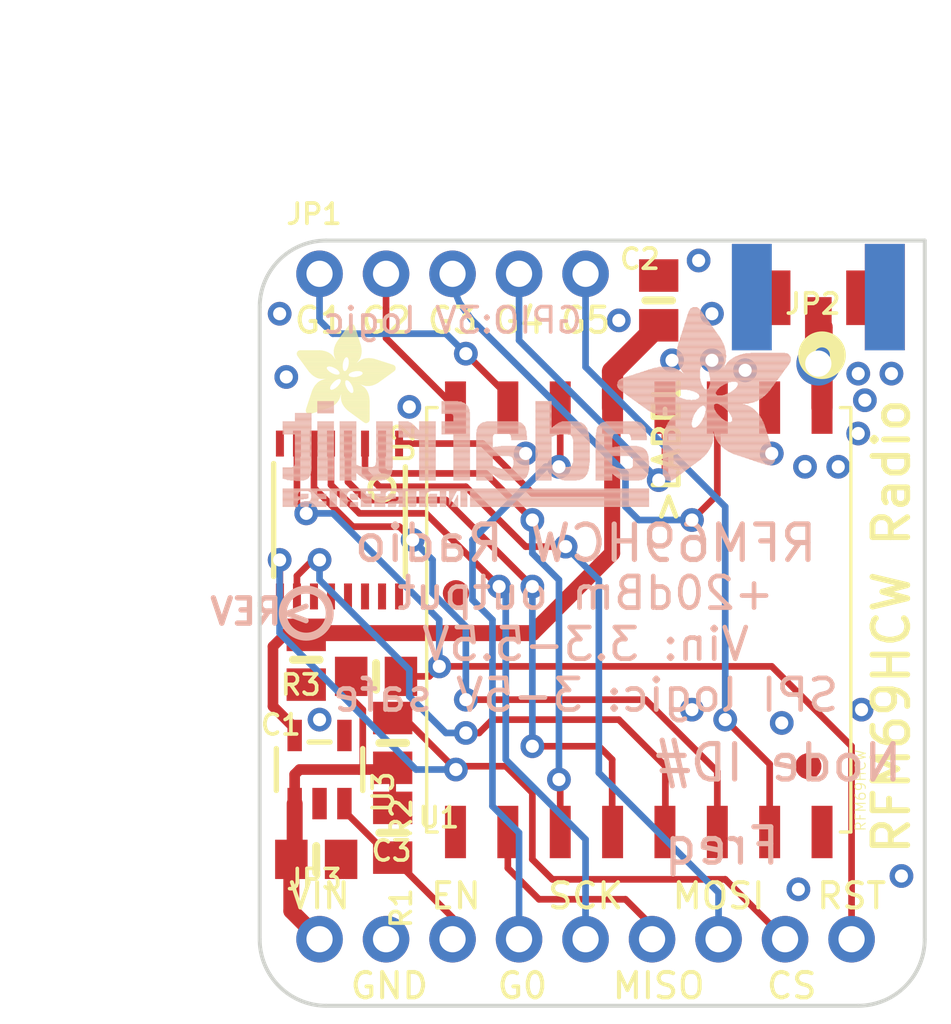
<source format=kicad_pcb>
(kicad_pcb (version 20171130) (host pcbnew "(5.1.0)-1")
  (layers (0 Top signal) (31 Bottom signal) (34 B.Paste user) (35 F.Paste user) (36 B.SilkS user) (37 F.SilkS user) (38 B.Mask user) (39 F.Mask user) (44 Edge.Cuts user))
  (net 0 "")
  (net 1 GND)
  (net 2 3.3V)
  (net 3 VIN)
  (net 4 /DIO5)
  (net 5 /RST_3V)
  (net 6 /CS_3V)
  (net 7 /SCK_3V)
  (net 8 /MOSI_3V)
  (net 9 /MISO_3V)
  (net 10 /DIO2)
  (net 11 /DIO1)
  (net 12 /DIO0)
  (net 13 /DIO4)
  (net 14 /DIO3)
  (net 15 "Net-(JP2-Pad1)")
  (net 16 "Net-(U2-Pad15)")
  (net 17 "Net-(U2-Pad14)")
  (net 18 "Net-(U2-Pad12)")
  (net 19 "Net-(U2-Pad11)")
  (net 20 /CS_5V)
  (net 21 /RST_5V)
  (net 22 /SCK_5V)
  (net 23 /MOSI_5V)
  (net 24 "Net-(U3-Pad4)")
  (net 25 /EN)
  (module "Adafruit RFM+LoRa Breakout:RFMHCW_SMT" (layer Top) (at 150.2791 104.8766 90)
    (fp_text reference U1 (at -8 -8.5) (layer F.SilkS) (effects (font (size 0.77216 0.77216) (thickness 0.138988)) (justify left bottom)))
    (fp_text value RFM69HCW (at -8.1 8.7 90) (layer F.SilkS) (effects (font (size 0.38608 0.38608) (thickness 0.038608)) (justify left bottom)))
    (pad 16P smd rect (at -8.1 7 90) (size 2 0.8) (layers Top F.Paste F.Mask) (net 1 GND))
    (pad 15P smd rect (at -8.1 5 90) (size 2 0.8) (layers Top F.Paste F.Mask) (net 4 /DIO5))
    (pad 14P smd rect (at -8.1 3 90) (size 2 0.8) (layers Top F.Paste F.Mask) (net 5 /RST_3V))
    (pad 13P smd rect (at -8.1 1 90) (size 2 0.8) (layers Top F.Paste F.Mask) (net 6 /CS_3V))
    (pad 12P smd rect (at -8.1 -1 90) (size 2 0.8) (layers Top F.Paste F.Mask) (net 7 /SCK_3V))
    (pad 11P smd rect (at -8.1 -3 90) (size 2 0.8) (layers Top F.Paste F.Mask) (net 8 /MOSI_3V))
    (pad 10P smd rect (at -8.1 -5 90) (size 2 0.8) (layers Top F.Paste F.Mask) (net 9 /MISO_3V))
    (pad 9P smd rect (at -8.1 -7 90) (size 2 0.8) (layers Top F.Paste F.Mask) (net 1 GND))
    (pad 8P smd rect (at 8.1 -7 270) (size 2 0.8) (layers Top F.Paste F.Mask) (net 10 /DIO2))
    (pad 7P smd rect (at 8.1 -5 270) (size 2 0.8) (layers Top F.Paste F.Mask) (net 11 /DIO1))
    (pad 6P smd rect (at 8.1 -3 270) (size 2 0.8) (layers Top F.Paste F.Mask) (net 12 /DIO0))
    (pad 5P smd rect (at 8.1 -1 270) (size 2 0.8) (layers Top F.Paste F.Mask) (net 2 3.3V))
    (pad 4P smd rect (at 8.1 1 270) (size 2 0.8) (layers Top F.Paste F.Mask) (net 13 /DIO4))
    (pad 3P smd rect (at 8.1 3 270) (size 2 0.8) (layers Top F.Paste F.Mask) (net 14 /DIO3))
    (pad 2P smd rect (at 8.1 5 270) (size 2 0.8) (layers Top F.Paste F.Mask) (net 1 GND))
    (pad 1P smd rect (at 8.1 7 270) (size 2 0.8) (layers Top F.Paste F.Mask) (net 15 "Net-(JP2-Pad1)"))
  )
  (module "Adafruit RFM+LoRa Breakout:TSSOP16" (layer Top) (at 138.8491 101.0666 180)
    (fp_text reference U2 (at -2.8956 2.0828 90) (layer F.SilkS) (effects (font (size 0.77216 0.77216) (thickness 0.138988)) (justify left bottom)))
    (fp_text value 74HC4050D)
    (pad 16 smd rect (at -2.275 -2.9178 180) (size 0.3048 0.9906) (layers Top F.Paste F.Mask))
    (pad 15 smd rect (at -1.625 -2.9178 180) (size 0.3048 0.9906) (layers Top F.Paste F.Mask) (net 16 "Net-(U2-Pad15)"))
    (pad 14 smd rect (at -0.975 -2.9178 180) (size 0.3048 0.9906) (layers Top F.Paste F.Mask) (net 17 "Net-(U2-Pad14)"))
    (pad 13 smd rect (at -0.325 -2.9178 180) (size 0.3048 0.9906) (layers Top F.Paste F.Mask))
    (pad 12 smd rect (at 0.325 -2.9178 180) (size 0.3048 0.9906) (layers Top F.Paste F.Mask) (net 18 "Net-(U2-Pad12)"))
    (pad 11 smd rect (at 0.975 -2.9178 180) (size 0.3048 0.9906) (layers Top F.Paste F.Mask) (net 19 "Net-(U2-Pad11)"))
    (pad 10 smd rect (at 1.625 -2.9178 180) (size 0.3048 0.9906) (layers Top F.Paste F.Mask) (net 6 /CS_3V))
    (pad 9 smd rect (at 2.275 -2.9178 180) (size 0.3048 0.9906) (layers Top F.Paste F.Mask) (net 20 /CS_5V))
    (pad 8 smd rect (at 2.275 2.9178 180) (size 0.3048 0.9906) (layers Top F.Paste F.Mask) (net 1 GND))
    (pad 7 smd rect (at 1.625 2.9178 180) (size 0.3048 0.9906) (layers Top F.Paste F.Mask) (net 21 /RST_5V))
    (pad 6 smd rect (at 0.975 2.9178 180) (size 0.3048 0.9906) (layers Top F.Paste F.Mask) (net 5 /RST_3V))
    (pad 5 smd rect (at 0.325 2.9178 180) (size 0.3048 0.9906) (layers Top F.Paste F.Mask) (net 22 /SCK_5V))
    (pad 4 smd rect (at -0.325 2.9178 180) (size 0.3048 0.9906) (layers Top F.Paste F.Mask) (net 7 /SCK_3V))
    (pad 3 smd rect (at -0.975 2.9178 180) (size 0.3048 0.9906) (layers Top F.Paste F.Mask) (net 23 /MOSI_5V))
    (pad 2 smd rect (at -1.625 2.9178 180) (size 0.3048 0.9906) (layers Top F.Paste F.Mask) (net 8 /MOSI_3V))
    (pad 1 smd rect (at -2.275 2.9178 180) (size 0.3048 0.9906) (layers Top F.Paste F.Mask) (net 2 3.3V))
  )
  (module "Adafruit RFM+LoRa Breakout:0805-NO" (layer Top) (at 151.0411 92.6846 90)
    (fp_text reference C2 (at 2.032 0.127) (layer F.SilkS) (effects (font (size 0.77216 0.77216) (thickness 0.138988)) (justify right top)))
    (fp_text value 0.1uF)
    (pad 2 smd rect (at 0.95 0 90) (size 1.24 1.5) (layers Top F.Paste F.Mask) (net 1 GND))
    (pad 1 smd rect (at -0.95 0 90) (size 1.24 1.5) (layers Top F.Paste F.Mask) (net 2 3.3V))
  )
  (module "Adafruit RFM+LoRa Breakout:SOT23-5" (layer Top) (at 138.0871 110.5916)
    (fp_text reference U3 (at 1.978 0 90) (layer F.SilkS) (effects (font (size 0.77216 0.77216) (thickness 0.138988)) (justify right top)))
    (fp_text value AP2112K-3.3)
    (pad 5 smd rect (at -0.95 -1.3001) (size 0.55 1.2) (layers Top F.Paste F.Mask) (net 2 3.3V))
    (pad 4 smd rect (at 0.95 -1.3001) (size 0.55 1.2) (layers Top F.Paste F.Mask) (net 24 "Net-(U3-Pad4)"))
    (pad 3 smd rect (at 0.95 1.3001) (size 0.55 1.2) (layers Top F.Paste F.Mask) (net 25 /EN))
    (pad 2 smd rect (at 0 1.3001) (size 0.55 1.2) (layers Top F.Paste F.Mask) (net 1 GND))
    (pad 1 smd rect (at -0.95 1.3001) (size 0.55 1.2) (layers Top F.Paste F.Mask) (net 3 VIN))
  )
  (module "Adafruit RFM+LoRa Breakout:0805-NO" (layer Top) (at 137.9601 114.0206)
    (fp_text reference C3 (at 2.032 0.127) (layer F.SilkS) (effects (font (size 0.77216 0.77216) (thickness 0.138988)) (justify left bottom)))
    (fp_text value 10uF)
    (pad 2 smd rect (at 0.95 0) (size 1.24 1.5) (layers Top F.Paste F.Mask) (net 1 GND))
    (pad 1 smd rect (at -0.95 0) (size 1.24 1.5) (layers Top F.Paste F.Mask) (net 3 VIN))
  )
  (module "Adafruit RFM+LoRa Breakout:0805-NO" (layer Top) (at 137.5791 106.4006 270)
    (fp_text reference C1 (at 2.032 0.127) (layer F.SilkS) (effects (font (size 0.77216 0.77216) (thickness 0.138988)) (justify right top)))
    (fp_text value 10uF)
    (pad 2 smd rect (at 0.95 0 270) (size 1.24 1.5) (layers Top F.Paste F.Mask) (net 1 GND))
    (pad 1 smd rect (at -0.95 0 270) (size 1.24 1.5) (layers Top F.Paste F.Mask) (net 2 3.3V))
  )
  (module "Adafruit RFM+LoRa Breakout:FIDUCIAL_1MM" (layer Top) (at 156.7561 110.4646 90)
    (fp_text reference FID1 hide)
    (fp_text value FIDUCIAL"" hide)
    (pad 1 smd roundrect (at 0 0 90) (size 1 1) (layers Top F.Mask) (roundrect_rratio 0.5))
  )
  (module "Adafruit RFM+LoRa Breakout:FIDUCIAL_1MM" (layer Top) (at 143.2941 103.8606 90)
    (fp_text reference FID2 hide)
    (fp_text value FIDUCIAL"" hide)
    (pad 1 smd roundrect (at 0 0 90) (size 1 1) (layers Top F.Mask) (roundrect_rratio 0.5))
  )
  (module "Adafruit RFM+LoRa Breakout:0805-NO" (layer Top) (at 140.8811 113.0046 270)
    (fp_text reference R1 (at 2.032 0.127 90) (layer F.SilkS) (effects (font (size 0.77216 0.77216) (thickness 0.138988)) (justify right top)))
    (fp_text value 100K)
    (pad 2 smd rect (at 0.95 0 270) (size 1.24 1.5) (layers Top F.Paste F.Mask) (net 25 /EN))
    (pad 1 smd rect (at -0.95 0 270) (size 1.24 1.5) (layers Top F.Paste F.Mask) (net 3 VIN))
  )
  (module "Adafruit RFM+LoRa Breakout:SMA_EDGELAUNCH_UFL" (layer Top) (at 157.1371 90.5256 270)
    (fp_text reference X1 hide)
    (fp_text value uFL/SMA)
    (fp_poly (pts (xy 3.0988 1.0652) (xy 3.0988 3.175) (xy 1.016 3.175) (xy 1.016 1.0652)) (layer Top) (width 0))
    (fp_poly (pts (xy 1.016 -1.0652) (xy 1.016 -3.175) (xy 3.0988 -3.175) (xy 3.0988 -1.0652)) (layer Top) (width 0))
    (fp_text user >LABEL (at 5.08 6.35 270) (layer F.SilkS) (effects (font (size 0.9652 0.9652) (thickness 0.18288)) (justify right top)))
    (pad GND@4 smd rect (at 2.032 2.54) (size 1.524 4.064) (layers Bottom B.Mask) (net 1 GND))
    (pad GND@3 smd rect (at 2.032 -2.54) (size 1.524 4.064) (layers Bottom B.Mask) (net 1 GND))
    (pad P smd rect (at 3.048 0) (size 1.016 2.032) (layers Top F.Mask) (net 15 "Net-(JP2-Pad1)"))
    (pad GND@1 smd rect (at 2.032 2.54) (size 1.524 4.064) (layers Top F.Mask) (net 1 GND))
    (pad GND@2 smd rect (at 2.032 -2.54) (size 1.524 4.064) (layers Top F.Mask) (net 1 GND))
  )
  (module "Adafruit RFM+LoRa Breakout:ADAFRUIT_3.5MM" (layer Top) (at 137.1981 97.3836)
    (fp_text reference U$8 hide)
    (fp_text value "" hide)
  )
  (module "Adafruit RFM+LoRa Breakout:1X09_ROUND_70" (layer Top) (at 148.2471 117.0686)
    (fp_text reference JP3 (at -11.5062 -1.8288) (layer F.SilkS) (effects (font (size 0.77216 0.77216) (thickness 0.138988)) (justify left bottom)))
    (fp_text value HEADER-1X970MIL)
    (pad 9 thru_hole circle (at 10.16 0 90) (size 1.778 1.778) (drill 1) (layers *.Cu *.Mask) (net 21 /RST_5V))
    (pad 8 thru_hole circle (at 7.62 0 90) (size 1.778 1.778) (drill 1) (layers *.Cu *.Mask) (net 20 /CS_5V))
    (pad 7 thru_hole circle (at 5.08 0 90) (size 1.778 1.778) (drill 1) (layers *.Cu *.Mask) (net 23 /MOSI_5V))
    (pad 6 thru_hole circle (at 2.54 0 90) (size 1.778 1.778) (drill 1) (layers *.Cu *.Mask) (net 9 /MISO_3V))
    (pad 5 thru_hole circle (at 0 0 90) (size 1.778 1.778) (drill 1) (layers *.Cu *.Mask) (net 22 /SCK_5V))
    (pad 4 thru_hole circle (at -2.54 0 90) (size 1.778 1.778) (drill 1) (layers *.Cu *.Mask) (net 12 /DIO0))
    (pad 3 thru_hole circle (at -5.08 0 90) (size 1.778 1.778) (drill 1) (layers *.Cu *.Mask) (net 25 /EN))
    (pad 2 thru_hole circle (at -7.62 0 90) (size 1.778 1.778) (drill 1) (layers *.Cu *.Mask) (net 1 GND))
    (pad 1 thru_hole circle (at -10.16 0 90) (size 1.778 1.778) (drill 1) (layers *.Cu *.Mask) (net 3 VIN))
  )
  (module "Adafruit RFM+LoRa Breakout:1X05_ROUND_70" (layer Top) (at 143.1671 91.6686)
    (fp_text reference JP1 (at -6.4262 -1.8288) (layer F.SilkS) (effects (font (size 0.77216 0.77216) (thickness 0.138988)) (justify left bottom)))
    (fp_text value HEADER-1X570MIL)
    (pad 5 thru_hole circle (at 5.08 0 90) (size 1.778 1.778) (drill 1) (layers *.Cu *.Mask) (net 4 /DIO5))
    (pad 4 thru_hole circle (at 2.54 0 90) (size 1.778 1.778) (drill 1) (layers *.Cu *.Mask) (net 13 /DIO4))
    (pad 3 thru_hole circle (at 0 0 90) (size 1.778 1.778) (drill 1) (layers *.Cu *.Mask) (net 14 /DIO3))
    (pad 2 thru_hole circle (at -2.54 0 90) (size 1.778 1.778) (drill 1) (layers *.Cu *.Mask) (net 10 /DIO2))
    (pad 1 thru_hole circle (at -5.08 0 90) (size 1.778 1.778) (drill 1) (layers *.Cu *.Mask) (net 11 /DIO1))
  )
  (module "Adafruit RFM+LoRa Breakout:0805-NO" (layer Top) (at 140.8811 109.5756 270)
    (fp_text reference R2 (at 2.032 0.127 90) (layer F.SilkS) (effects (font (size 0.77216 0.77216) (thickness 0.138988)) (justify right top)))
    (fp_text value 100K)
    (pad 2 smd rect (at 0.95 0 270) (size 1.24 1.5) (layers Top F.Paste F.Mask) (net 3 VIN))
    (pad 1 smd rect (at -0.95 0 270) (size 1.24 1.5) (layers Top F.Paste F.Mask) (net 20 /CS_5V))
  )
  (module "Adafruit RFM+LoRa Breakout:1X01_ROUND" (layer Top) (at 157.1371 95.0976)
    (fp_text reference JP2 (at -1.3462 -1.8288) (layer F.SilkS) (effects (font (size 0.77216 0.77216) (thickness 0.138988)) (justify left bottom)))
    (fp_text value HEADER-1X1ROUND)
    (pad 1 thru_hole circle (at 0 0 90) (size 1.6764 1.6764) (drill 1) (layers *.Cu *.Mask) (net 15 "Net-(JP2-Pad1)"))
  )
  (module "Adafruit RFM+LoRa Breakout:0805-NO" (layer Top) (at 140.2461 107.0356 180)
    (fp_text reference R3 (at 2.032 0.127) (layer F.SilkS) (effects (font (size 0.77216 0.77216) (thickness 0.138988)) (justify right top)))
    (fp_text value 100K)
    (pad 2 smd rect (at 0.95 0 180) (size 1.24 1.5) (layers Top F.Paste F.Mask) (net 3 VIN))
    (pad 1 smd rect (at -0.95 0 180) (size 1.24 1.5) (layers Top F.Paste F.Mask) (net 21 /RST_5V))
  )
  (module "Adafruit RFM+LoRa Breakout:PCBFEAT-REV-040" (layer Bottom) (at 137.5791 104.6226 180)
    (fp_text reference U$14 hide)
    (fp_text value "" hide)
    (fp_text user >REV (at -0.3556 -0.508 180) (layer B.SilkS) (effects (font (size 0.9652 0.9652) (thickness 0.2032)) (justify left bottom mirror)))
  )
  (module "Adafruit RFM+LoRa Breakout:ADAFRUIT_TEXT_20MM" (layer Bottom) (at 156.2481 100.5586 180)
    (fp_text reference U$19 hide)
    (fp_text value "" hide)
  )
  (gr_line (start 161.2011 90.3986) (end 161.2011 117.0686) (layer Edge.Cuts) (width 0.15))
  (gr_arc (start 158.6611 117.0686) (end 161.2011 117.0686) (angle 90) (layer Edge.Cuts) (width 0.15))
  (gr_line (start 158.6611 119.6086) (end 138.3411 119.6086) (layer Edge.Cuts) (width 0.15))
  (gr_arc (start 138.3411 117.0686) (end 138.3411 119.6086) (angle 90) (layer Edge.Cuts) (width 0.15))
  (gr_line (start 135.8011 117.0686) (end 135.8011 92.9386) (layer Edge.Cuts) (width 0.15))
  (gr_arc (start 138.3411 92.9386) (end 135.8011 92.9386) (angle 90) (layer Edge.Cuts) (width 0.15))
  (gr_line (start 138.3411 90.3986) (end 161.2011 90.3986) (layer Edge.Cuts) (width 0.15))
  (gr_text SCK (at 148.2471 115.4176) (layer F.SilkS) (effects (font (size 0.9652 0.9652) (thickness 0.1524))))
  (gr_text MISO (at 151.0411 118.8466) (layer F.SilkS) (effects (font (size 0.9652 0.9652) (thickness 0.1524))))
  (gr_text MOSI (at 153.3271 115.4176) (layer F.SilkS) (effects (font (size 0.9652 0.9652) (thickness 0.1524))))
  (gr_text CS (at 156.1211 118.8466) (layer F.SilkS) (effects (font (size 0.9652 0.9652) (thickness 0.1524))))
  (gr_text RST (at 158.4071 115.4176) (layer F.SilkS) (effects (font (size 0.9652 0.9652) (thickness 0.1524))))
  (gr_text GND (at 140.7541 118.8466) (layer F.SilkS) (effects (font (size 0.9652 0.9652) (thickness 0.1524))))
  (gr_text EN (at 143.2941 115.4176) (layer F.SilkS) (effects (font (size 0.9652 0.9652) (thickness 0.1524))))
  (gr_text VIN (at 138.0871 115.4176) (layer F.SilkS) (effects (font (size 0.9652 0.9652) (thickness 0.1524))))
  (gr_text "RFM69HCW Radio" (at 159.9311 105.1306 90) (layer F.SilkS) (effects (font (size 1.32715 1.32715) (thickness 0.22352))))
  (gr_text G0 (at 145.8341 118.8466) (layer F.SilkS) (effects (font (size 0.9652 0.9652) (thickness 0.1524))))
  (gr_text G1 (at 138.0871 93.4466) (layer F.SilkS) (effects (font (size 0.9652 0.9652) (thickness 0.1524))))
  (gr_text G2 (at 140.6271 93.4466) (layer F.SilkS) (effects (font (size 0.9652 0.9652) (thickness 0.1524))))
  (gr_text G3 (at 143.1671 93.4466) (layer F.SilkS) (effects (font (size 0.9652 0.9652) (thickness 0.1524))))
  (gr_text G4 (at 145.7071 93.4466) (layer F.SilkS) (effects (font (size 0.9652 0.9652) (thickness 0.1524))))
  (gr_text G5 (at 148.2471 93.4466) (layer F.SilkS) (effects (font (size 0.9652 0.9652) (thickness 0.1524))))
  (gr_text "Vin: 3.3-5.5V\nSPI logic: 3-5V safe" (at 148.2471 106.7816) (layer B.SilkS) (effects (font (size 1.2065 1.2065) (thickness 0.1778)) (justify mirror)))
  (gr_text "Node ID#" (at 155.6131 110.3376) (layer B.SilkS) (effects (font (size 1.35128 1.35128) (thickness 0.199136)) (justify mirror)))
  (gr_text Freq (at 153.4541 113.5126) (layer B.SilkS) (effects (font (size 1.35128 1.35128) (thickness 0.199136)) (justify mirror)))
  (gr_text "GPIO:3V logic" (at 143.1671 93.4466) (layer B.SilkS) (effects (font (size 0.9652 0.9652) (thickness 0.14224)) (justify mirror)))
  (gr_text "RFM69HCW Radio" (at 148.2471 101.9556) (layer B.SilkS) (effects (font (size 1.35128 1.35128) (thickness 0.199136)) (justify mirror)))
  (gr_text "+20dBm output" (at 148.2471 103.8606) (layer B.SilkS) (effects (font (size 1.2065 1.2065) (thickness 0.1778)) (justify mirror)))
  (via (at 152.3111 108.3056) (size 0.9064) (drill 0.5) (layers Top Bottom) (net 1))
  (segment (start 138.0871 111.8917) (end 138.0871 111.9886) (width 0.4064) (layer Top) (net 1))
  (via (at 138.0871 108.6866) (size 0.9064) (drill 0.5) (layers Top Bottom) (net 1))
  (via (at 141.5161 96.7486) (size 0.9064) (drill 0.5) (layers Top Bottom) (net 1))
  (via (at 145.9611 98.5266) (size 0.9064) (drill 0.5) (layers Top Bottom) (net 1))
  (via (at 149.5171 93.4466) (size 0.9064) (drill 0.5) (layers Top Bottom) (net 1))
  (via (at 151.5491 94.9706) (size 0.9064) (drill 0.5) (layers Top Bottom) (net 1))
  (via (at 153.0731 93.1926) (size 0.9064) (drill 0.5) (layers Top Bottom) (net 1))
  (via (at 152.5651 91.1606) (size 0.9064) (drill 0.5) (layers Top Bottom) (net 1))
  (via (at 154.3431 95.3516) (size 0.9064) (drill 0.5) (layers Top Bottom) (net 1))
  (via (at 158.6611 95.4786) (size 0.9064) (drill 0.5) (layers Top Bottom) (net 1))
  (via (at 159.9311 95.4786) (size 0.9064) (drill 0.5) (layers Top Bottom) (net 1))
  (via (at 158.9151 96.4946) (size 0.9064) (drill 0.5) (layers Top Bottom) (net 1))
  (via (at 158.6611 97.7646) (size 0.9064) (drill 0.5) (layers Top Bottom) (net 1))
  (via (at 157.8991 99.0346) (size 0.9064) (drill 0.5) (layers Top Bottom) (net 1))
  (via (at 156.6291 99.0346) (size 0.9064) (drill 0.5) (layers Top Bottom) (net 1))
  (via (at 155.3591 98.5266) (size 0.9064) (drill 0.5) (layers Top Bottom) (net 1))
  (via (at 153.0731 94.9706) (size 0.9064) (drill 0.5) (layers Top Bottom) (net 1))
  (via (at 136.8171 95.6056) (size 0.9064) (drill 0.5) (layers Top Bottom) (net 1))
  (via (at 160.3121 114.6556) (size 0.9064) (drill 0.5) (layers Top Bottom) (net 1))
  (via (at 156.3751 115.1636) (size 0.9064) (drill 0.5) (layers Top Bottom) (net 1))
  (via (at 155.7401 108.8136) (size 0.9064) (drill 0.5) (layers Top Bottom) (net 1))
  (via (at 158.7881 108.3056) (size 0.9064) (drill 0.5) (layers Top Bottom) (net 1))
  (via (at 136.5631 93.1926) (size 0.9064) (drill 0.5) (layers Top Bottom) (net 1))
  (segment (start 137.3251 105.3846) (end 137.7061 105.3846) (width 0.6096) (layer Top) (net 2))
  (segment (start 137.7061 105.3846) (end 138.0871 105.3846) (width 0.6096) (layer Top) (net 2))
  (segment (start 138.0871 105.3846) (end 146.2151 105.3846) (width 0.6096) (layer Top) (net 2))
  (segment (start 149.2791 98.0026) (end 149.2791 96.7766) (width 0.6096) (layer Top) (net 2))
  (segment (start 146.2151 105.3846) (end 149.2631 102.3366) (width 0.6096) (layer Top) (net 2))
  (segment (start 149.2631 102.3366) (end 149.2631 100.0506) (width 0.6096) (layer Top) (net 2))
  (segment (start 149.2631 100.0506) (end 149.2631 96.7926) (width 0.6096) (layer Top) (net 2))
  (segment (start 149.2631 96.7926) (end 149.2791 96.7766) (width 0.6096) (layer Top) (net 2))
  (segment (start 149.2791 96.7766) (end 149.2791 95.3966) (width 0.8128) (layer Top) (net 2))
  (segment (start 149.2791 95.3966) (end 151.0411 93.6346) (width 0.8128) (layer Top) (net 2))
  (segment (start 141.1241 98.1488) (end 144.3133 98.1488) (width 0.254) (layer Top) (net 2))
  (segment (start 144.3133 98.1488) (end 146.2151 100.0506) (width 0.254) (layer Top) (net 2))
  (segment (start 146.2151 100.0506) (end 149.2631 100.0506) (width 0.254) (layer Top) (net 2))
  (segment (start 137.1371 109.2915) (end 137.1371 109.0066) (width 0.4064) (layer Top) (net 2))
  (segment (start 137.1371 109.0066) (end 136.3091 108.1786) (width 0.4064) (layer Top) (net 2))
  (segment (start 136.3091 108.1786) (end 136.3091 105.8926) (width 0.4064) (layer Top) (net 2))
  (segment (start 136.3091 105.8926) (end 136.8171 105.3846) (width 0.4064) (layer Top) (net 2))
  (segment (start 136.8171 105.3846) (end 137.7061 105.3846) (width 0.4064) (layer Top) (net 2))
  (segment (start 137.5791 105.4506) (end 137.6401 105.4506) (width 0.4064) (layer Top) (net 2))
  (segment (start 137.6401 105.4506) (end 137.7061 105.3846) (width 0.4064) (layer Top) (net 2))
  (segment (start 153.2791 112.9766) (end 153.2791 110.6706) (width 0.254) (layer Top) (net 5))
  (segment (start 153.2791 110.6706) (end 150.5331 107.9246) (width 0.254) (layer Top) (net 5))
  (segment (start 150.5331 107.9246) (end 143.6751 107.9246) (width 0.254) (layer Top) (net 5))
  (via (at 143.6751 107.9246) (size 0.9064) (drill 0.5) (layers Top Bottom) (net 5))
  (segment (start 143.6751 107.9246) (end 143.6751 105.1306) (width 0.254) (layer Bottom) (net 5))
  (via (at 141.6431 101.8286) (size 0.9064) (drill 0.5) (layers Top Bottom) (net 5))
  (segment (start 137.8741 98.1488) (end 137.8741 99.8376) (width 0.254) (layer Top) (net 5))
  (segment (start 137.8741 99.8376) (end 139.3571 101.3206) (width 0.254) (layer Top) (net 5))
  (segment (start 139.3571 101.3206) (end 141.1351 101.3206) (width 0.254) (layer Top) (net 5))
  (segment (start 141.1351 101.3206) (end 141.6431 101.8286) (width 0.254) (layer Top) (net 5))
  (segment (start 143.6751 105.1306) (end 142.4051 103.8606) (width 0.254) (layer Bottom) (net 5))
  (segment (start 142.4051 103.8606) (end 142.4051 102.5906) (width 0.254) (layer Bottom) (net 5))
  (segment (start 142.4051 102.5906) (end 141.6431 101.8286) (width 0.254) (layer Bottom) (net 5))
  (segment (start 140.4741 98.1488) (end 140.4741 99.1356) (width 0.254) (layer Top) (net 8))
  (segment (start 140.4741 99.1356) (end 140.6271 99.2886) (width 0.254) (layer Top) (net 8))
  (segment (start 140.6271 99.2886) (end 144.4371 99.2886) (width 0.254) (layer Top) (net 8))
  (segment (start 144.4371 99.2886) (end 146.2151 101.0666) (width 0.254) (layer Top) (net 8))
  (via (at 146.2151 101.0666) (size 0.9064) (drill 0.5) (layers Top Bottom) (net 8))
  (segment (start 147.2311 103.3526) (end 147.2311 110.9726) (width 0.254) (layer Bottom) (net 8))
  (via (at 147.2311 110.9726) (size 0.9064) (drill 0.5) (layers Top Bottom) (net 8))
  (segment (start 147.2311 110.9726) (end 147.2791 111.0206) (width 0.254) (layer Top) (net 8))
  (segment (start 147.2791 111.0206) (end 147.2791 112.9766) (width 0.254) (layer Top) (net 8))
  (segment (start 147.2311 103.3526) (end 146.2151 102.3366) (width 0.254) (layer Bottom) (net 8))
  (segment (start 146.2151 102.3366) (end 146.2151 101.0666) (width 0.254) (layer Bottom) (net 8))
  (segment (start 139.1741 98.1488) (end 139.1741 99.6136) (width 0.254) (layer Top) (net 7))
  (segment (start 139.1741 99.6136) (end 139.8651 100.3046) (width 0.254) (layer Top) (net 7))
  (segment (start 139.8651 100.3046) (end 142.9131 100.3046) (width 0.254) (layer Top) (net 7))
  (segment (start 142.9131 100.3046) (end 146.2151 103.6066) (width 0.254) (layer Top) (net 7))
  (via (at 146.2151 103.6066) (size 0.9064) (drill 0.5) (layers Top Bottom) (net 7))
  (segment (start 146.2151 103.6066) (end 146.2151 109.7026) (width 0.254) (layer Bottom) (net 7))
  (via (at 146.2151 109.7026) (size 0.9064) (drill 0.5) (layers Top Bottom) (net 7))
  (segment (start 146.2151 109.7026) (end 148.7551 109.7026) (width 0.254) (layer Top) (net 7))
  (segment (start 148.7551 109.7026) (end 149.2631 110.2106) (width 0.254) (layer Top) (net 7))
  (segment (start 149.2631 110.2106) (end 149.2631 112.9606) (width 0.254) (layer Top) (net 7))
  (segment (start 149.2631 112.9606) (end 149.2791 112.9766) (width 0.254) (layer Top) (net 7))
  (segment (start 137.2241 103.9844) (end 137.2241 103.1996) (width 0.254) (layer Top) (net 6))
  (segment (start 137.2241 103.1996) (end 137.8331 102.5906) (width 0.254) (layer Top) (net 6))
  (segment (start 137.8331 102.5906) (end 138.0871 102.5906) (width 0.254) (layer Top) (net 6))
  (via (at 138.0871 102.5906) (size 0.9064) (drill 0.5) (layers Top Bottom) (net 6))
  (segment (start 138.0871 102.5906) (end 138.0871 103.3526) (width 0.254) (layer Bottom) (net 6))
  (segment (start 138.0871 103.3526) (end 141.5161 106.7816) (width 0.254) (layer Bottom) (net 6))
  (segment (start 141.5161 106.7816) (end 141.5161 107.7976) (width 0.254) (layer Bottom) (net 6))
  (segment (start 141.5161 107.7976) (end 142.9131 109.1946) (width 0.254) (layer Bottom) (net 6))
  (segment (start 142.9131 109.1946) (end 143.6751 109.1946) (width 0.254) (layer Bottom) (net 6))
  (via (at 143.6751 109.1946) (size 0.9064) (drill 0.5) (layers Top Bottom) (net 6))
  (segment (start 143.6751 109.1946) (end 144.1831 109.1946) (width 0.254) (layer Top) (net 6))
  (segment (start 144.1831 109.1946) (end 144.6911 108.6866) (width 0.254) (layer Top) (net 6))
  (segment (start 144.6911 108.6866) (end 149.5171 108.6866) (width 0.254) (layer Top) (net 6))
  (segment (start 149.5171 108.6866) (end 151.2951 110.4646) (width 0.254) (layer Top) (net 6))
  (segment (start 151.2951 110.4646) (end 151.2951 112.9606) (width 0.254) (layer Top) (net 6))
  (segment (start 151.2951 112.9606) (end 151.2791 112.9766) (width 0.254) (layer Top) (net 6))
  (segment (start 137.2241 98.1488) (end 137.2241 100.4576) (width 0.254) (layer Top) (net 21))
  (segment (start 137.2241 100.4576) (end 137.5791 100.8126) (width 0.254) (layer Top) (net 21))
  (via (at 137.5791 100.8126) (size 0.9064) (drill 0.5) (layers Top Bottom) (net 21))
  (via (at 142.6591 106.6546) (size 0.9064) (drill 0.5) (layers Top Bottom) (net 21))
  (segment (start 142.6591 106.6546) (end 155.3591 106.6546) (width 0.254) (layer Top) (net 21))
  (segment (start 155.3591 106.6546) (end 158.4071 109.7026) (width 0.254) (layer Top) (net 21))
  (segment (start 158.4071 109.7026) (end 158.4071 117.0686) (width 0.254) (layer Top) (net 21))
  (segment (start 137.5791 100.8126) (end 138.5951 100.8126) (width 0.254) (layer Bottom) (net 21))
  (segment (start 138.5951 100.8126) (end 142.6591 104.8766) (width 0.254) (layer Bottom) (net 21))
  (segment (start 142.6591 104.8766) (end 142.6591 106.6546) (width 0.254) (layer Bottom) (net 21))
  (segment (start 141.1961 107.0356) (end 142.2781 107.0356) (width 0.254) (layer Top) (net 21))
  (segment (start 142.2781 107.0356) (end 142.6591 106.6546) (width 0.254) (layer Top) (net 21))
  (segment (start 139.8241 98.1488) (end 139.8241 99.2476) (width 0.254) (layer Top) (net 23))
  (segment (start 139.8241 99.2476) (end 140.3731 99.7966) (width 0.254) (layer Top) (net 23))
  (segment (start 140.3731 99.7966) (end 143.6751 99.7966) (width 0.254) (layer Top) (net 23))
  (segment (start 143.6751 99.7966) (end 145.9611 102.0826) (width 0.254) (layer Top) (net 23))
  (segment (start 145.9611 102.0826) (end 147.4851 102.0826) (width 0.254) (layer Top) (net 23))
  (via (at 147.4851 102.0826) (size 0.9064) (drill 0.5) (layers Top Bottom) (net 23))
  (segment (start 153.3271 117.0686) (end 153.3271 115.2906) (width 0.254) (layer Bottom) (net 23))
  (segment (start 153.3271 115.2906) (end 148.7551 110.7186) (width 0.254) (layer Bottom) (net 23))
  (segment (start 148.7551 110.7186) (end 148.7551 103.3526) (width 0.254) (layer Bottom) (net 23))
  (segment (start 148.7551 103.3526) (end 147.4851 102.0826) (width 0.254) (layer Bottom) (net 23))
  (segment (start 138.5241 98.1488) (end 138.5241 99.7256) (width 0.254) (layer Top) (net 22))
  (segment (start 138.5241 99.7256) (end 139.6111 100.8126) (width 0.254) (layer Top) (net 22))
  (segment (start 139.6111 100.8126) (end 142.1511 100.8126) (width 0.254) (layer Top) (net 22))
  (segment (start 142.1511 100.8126) (end 144.9451 103.6066) (width 0.254) (layer Top) (net 22))
  (via (at 144.9451 103.6066) (size 0.9064) (drill 0.5) (layers Top Bottom) (net 22))
  (segment (start 144.9451 103.6066) (end 145.1991 103.8606) (width 0.254) (layer Bottom) (net 22))
  (segment (start 145.1991 103.8606) (end 145.1991 110.2106) (width 0.254) (layer Bottom) (net 22))
  (segment (start 145.1991 110.2106) (end 148.2471 113.2586) (width 0.254) (layer Bottom) (net 22))
  (segment (start 148.2471 113.2586) (end 148.2471 117.0686) (width 0.254) (layer Bottom) (net 22))
  (segment (start 155.8671 117.0686) (end 153.5811 114.7826) (width 0.254) (layer Top) (net 20))
  (segment (start 153.5811 114.7826) (end 146.9771 114.7826) (width 0.254) (layer Top) (net 20))
  (segment (start 146.9771 114.7826) (end 146.2151 114.0206) (width 0.254) (layer Top) (net 20))
  (segment (start 146.2151 114.0206) (end 146.2151 111.4806) (width 0.254) (layer Top) (net 20))
  (segment (start 146.2151 111.4806) (end 145.1991 110.4646) (width 0.254) (layer Top) (net 20))
  (segment (start 145.1991 110.4646) (end 143.4211 110.4646) (width 0.254) (layer Top) (net 20))
  (segment (start 136.5741 103.9844) (end 136.5741 102.6016) (width 0.254) (layer Top) (net 20))
  (segment (start 136.5741 102.6016) (end 136.5631 102.5906) (width 0.254) (layer Top) (net 20))
  (via (at 136.5631 102.5906) (size 0.9064) (drill 0.5) (layers Top Bottom) (net 20))
  (segment (start 136.5631 102.5906) (end 136.5631 105.3846) (width 0.254) (layer Bottom) (net 20))
  (segment (start 136.5631 105.3846) (end 141.7701 110.5916) (width 0.254) (layer Bottom) (net 20))
  (via (at 143.2941 110.5916) (size 0.9064) (drill 0.5) (layers Top Bottom) (net 20))
  (segment (start 143.2941 110.5916) (end 143.4211 110.4646) (width 0.254) (layer Top) (net 20))
  (segment (start 141.7701 110.5916) (end 143.2941 110.5916) (width 0.254) (layer Bottom) (net 20))
  (segment (start 143.2941 110.5916) (end 141.3281 108.6256) (width 0.254) (layer Top) (net 20))
  (segment (start 141.3281 108.6256) (end 140.8811 108.6256) (width 0.254) (layer Top) (net 20))
  (segment (start 138.0871 117.0686) (end 137.0101 115.9916) (width 0.6096) (layer Top) (net 3))
  (segment (start 140.8811 110.5256) (end 140.8811 112.0546) (width 0.254) (layer Top) (net 3))
  (segment (start 137.1371 111.8917) (end 137.1371 110.7796) (width 0.4064) (layer Top) (net 3))
  (segment (start 137.1371 110.7796) (end 137.3251 110.5916) (width 0.4064) (layer Top) (net 3))
  (segment (start 137.3251 110.5916) (end 139.6111 110.5916) (width 0.4064) (layer Top) (net 3))
  (segment (start 139.6111 110.5916) (end 140.8151 110.5916) (width 0.4064) (layer Top) (net 3))
  (segment (start 140.8151 110.5916) (end 140.8811 110.5256) (width 0.4064) (layer Top) (net 3))
  (segment (start 139.2961 107.0356) (end 139.2961 107.8636) (width 0.254) (layer Top) (net 3))
  (segment (start 139.2961 107.8636) (end 139.7381 108.3056) (width 0.254) (layer Top) (net 3))
  (segment (start 139.7381 108.3056) (end 139.7381 110.4646) (width 0.254) (layer Top) (net 3))
  (segment (start 139.7381 110.4646) (end 139.6111 110.5916) (width 0.254) (layer Top) (net 3))
  (segment (start 137.0101 115.9916) (end 137.0101 114.0206) (width 0.6096) (layer Top) (net 3))
  (segment (start 137.0101 114.0206) (end 137.1371 113.8936) (width 0.6096) (layer Top) (net 3))
  (segment (start 137.1371 113.8936) (end 137.1371 111.8917) (width 0.6096) (layer Top) (net 3))
  (segment (start 145.2791 112.9766) (end 145.2791 114.3546) (width 0.254) (layer Top) (net 9))
  (segment (start 145.2791 114.3546) (end 146.4691 115.5446) (width 0.254) (layer Top) (net 9))
  (segment (start 146.4691 115.5446) (end 149.7711 115.5446) (width 0.254) (layer Top) (net 9))
  (segment (start 149.7711 115.5446) (end 150.7871 116.5606) (width 0.254) (layer Top) (net 9))
  (segment (start 150.7871 116.5606) (end 150.7871 117.0686) (width 0.254) (layer Top) (net 9))
  (segment (start 143.1671 117.0686) (end 143.1671 116.2406) (width 0.254) (layer Top) (net 25))
  (segment (start 143.1671 116.2406) (end 140.8811 113.9546) (width 0.254) (layer Top) (net 25))
  (segment (start 140.8811 113.9546) (end 140.8151 113.9546) (width 0.254) (layer Top) (net 25))
  (segment (start 140.8151 113.9546) (end 139.0371 112.1766) (width 0.254) (layer Top) (net 25))
  (segment (start 139.0371 112.1766) (end 139.0371 111.8917) (width 0.254) (layer Top) (net 25))
  (segment (start 157.2791 96.7766) (end 157.2791 93.7156) (width 0.8128) (layer Top) (net 15))
  (segment (start 157.2791 93.7156) (end 157.1371 93.5736) (width 0.8128) (layer Top) (net 15))
  (segment (start 157.1371 95.0976) (end 157.1371 93.5736) (width 0.4064) (layer Top) (net 15))
  (segment (start 143.1671 91.6686) (end 143.1671 91.668601) (width 0.254) (layer Bottom) (net 14))
  (segment (start 143.1671 91.668601) (end 143.197298 92.05231) (width 0.254) (layer Bottom) (net 14))
  (segment (start 143.197298 92.05231) (end 143.287151 92.426571) (width 0.254) (layer Bottom) (net 14))
  (segment (start 143.287151 92.426571) (end 143.434444 92.782168) (width 0.254) (layer Bottom) (net 14))
  (segment (start 143.434444 92.782168) (end 143.885521 93.403022) (width 0.254) (layer Bottom) (net 14))
  (segment (start 143.885521 93.403022) (end 149.7711 99.2886) (width 0.254) (layer Bottom) (net 14))
  (segment (start 149.7711 99.2886) (end 149.7711 100.5586) (width 0.254) (layer Bottom) (net 14))
  (segment (start 149.7711 100.5586) (end 150.2791 101.0666) (width 0.254) (layer Bottom) (net 14))
  (segment (start 150.2791 101.0666) (end 152.3111 101.0666) (width 0.254) (layer Bottom) (net 14))
  (via (at 152.3111 101.0666) (size 0.9064) (drill 0.5) (layers Top Bottom) (net 14))
  (segment (start 152.3111 101.0666) (end 153.2791 100.0986) (width 0.254) (layer Top) (net 14))
  (segment (start 153.2791 100.0986) (end 153.2791 96.7766) (width 0.254) (layer Top) (net 14))
  (via (at 147.2311 99.0346) (size 0.9064) (drill 0.5) (layers Top Bottom) (net 12))
  (segment (start 147.2311 99.0346) (end 147.2791 98.9866) (width 0.254) (layer Top) (net 12))
  (segment (start 147.2791 98.9866) (end 147.2791 96.7766) (width 0.254) (layer Top) (net 12))
  (segment (start 147.2311 99.0346) (end 146.7231 99.0346) (width 0.254) (layer Bottom) (net 12))
  (segment (start 146.7231 99.0346) (end 143.9291 101.8286) (width 0.254) (layer Bottom) (net 12))
  (segment (start 143.9291 101.8286) (end 143.9291 104.1146) (width 0.254) (layer Bottom) (net 12))
  (segment (start 143.9291 104.1146) (end 144.6911 104.8766) (width 0.254) (layer Bottom) (net 12))
  (segment (start 144.6911 104.8766) (end 144.6911 111.9886) (width 0.254) (layer Bottom) (net 12))
  (segment (start 144.6911 111.9886) (end 145.7071 113.0046) (width 0.254) (layer Bottom) (net 12))
  (segment (start 145.7071 113.0046) (end 145.7071 117.0686) (width 0.254) (layer Bottom) (net 12))
  (segment (start 140.6271 91.6686) (end 140.6271 94.1246) (width 0.254) (layer Top) (net 10))
  (segment (start 140.6271 94.1246) (end 143.2791 96.7766) (width 0.254) (layer Top) (net 10))
  (segment (start 138.0871 91.6686) (end 138.0871 93.4466) (width 0.254) (layer Bottom) (net 11))
  (segment (start 138.0871 93.4466) (end 138.5951 93.9546) (width 0.254) (layer Bottom) (net 11))
  (segment (start 138.5951 93.9546) (end 142.9131 93.9546) (width 0.254) (layer Bottom) (net 11))
  (segment (start 142.9131 93.9546) (end 143.6751 94.7166) (width 0.254) (layer Bottom) (net 11))
  (via (at 143.6751 94.7166) (size 0.9064) (drill 0.5) (layers Top Bottom) (net 11))
  (segment (start 143.6751 94.7166) (end 145.2791 96.3206) (width 0.254) (layer Top) (net 11))
  (segment (start 145.2791 96.3206) (end 145.2791 96.7766) (width 0.254) (layer Top) (net 11))
  (segment (start 148.2471 91.6686) (end 148.2471 95.2246) (width 0.254) (layer Bottom) (net 4))
  (segment (start 148.2471 95.2246) (end 153.5811 100.5586) (width 0.254) (layer Bottom) (net 4))
  (segment (start 153.5811 100.5586) (end 153.5811 108.6866) (width 0.254) (layer Bottom) (net 4))
  (via (at 153.5811 108.6866) (size 0.9064) (drill 0.5) (layers Top Bottom) (net 4))
  (segment (start 153.5811 108.6866) (end 155.2791 110.3846) (width 0.254) (layer Top) (net 4))
  (segment (start 155.2791 110.3846) (end 155.2791 112.9766) (width 0.254) (layer Top) (net 4))
  (segment (start 145.7071 91.6686) (end 145.7071 94.2086) (width 0.254) (layer Bottom) (net 13))
  (segment (start 145.7071 94.2086) (end 151.0411 99.5426) (width 0.254) (layer Bottom) (net 13))
  (via (at 151.0411 99.5426) (size 0.9064) (drill 0.5) (layers Top Bottom) (net 13))
  (segment (start 151.0411 99.5426) (end 151.2791 99.3046) (width 0.254) (layer Top) (net 13))
  (segment (start 151.2791 99.3046) (end 151.2791 96.7766) (width 0.254) (layer Top) (net 13))
)
</source>
